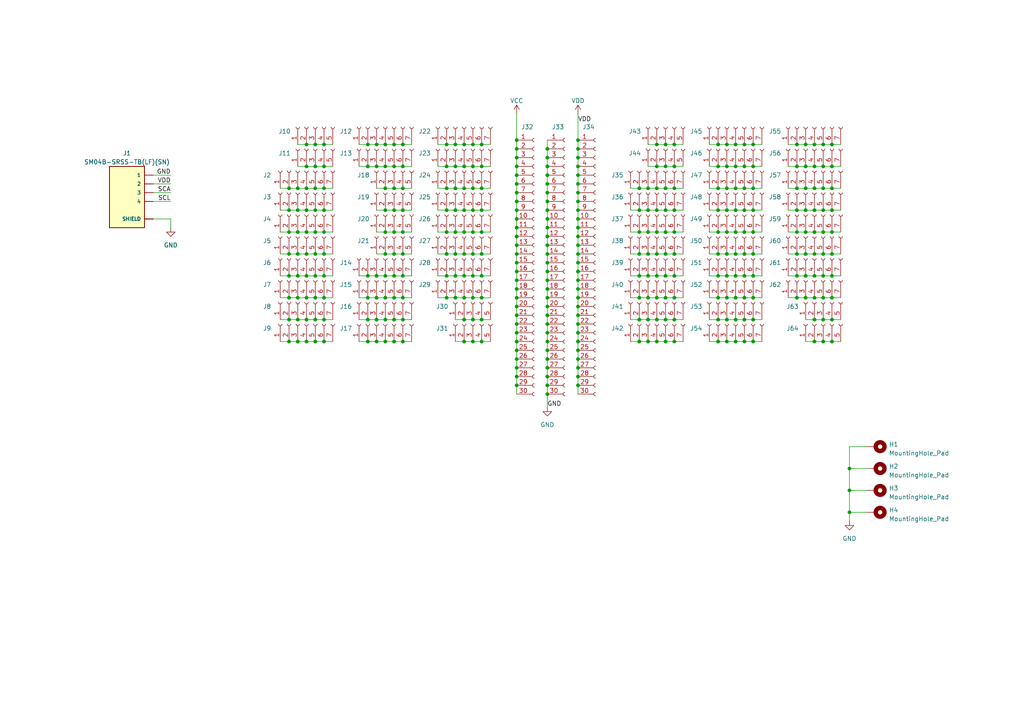
<source format=kicad_sch>
(kicad_sch (version 20230121) (generator eeschema)
  (paper "A4")
  (junction (at 195.58 54.61))
  (junction (at 106.68 41.91))
  (junction (at 167.64 40.64))
  (junction (at 86.36 67.31))
  (junction (at 218.44 92.71))
  (junction (at 116.84 48.26))
  (junction (at 88.9 60.96))
  (junction (at 218.44 86.36))
  (junction (at 139.7 60.96))
  (junction (at 109.22 92.71))
  (junction (at 158.75 111.76))
  (junction (at 193.04 80.01))
  (junction (at 132.08 54.61))
  (junction (at 91.44 54.61))
  (junction (at 190.5 67.31))
  (junction (at 193.04 67.31))
  (junction (at 88.9 80.01))
  (junction (at 233.68 67.31))
  (junction (at 149.86 109.22))
  (junction (at 167.64 88.9))
  (junction (at 190.5 80.01))
  (junction (at 158.75 88.9))
  (junction (at 215.9 60.96))
  (junction (at 139.7 86.36))
  (junction (at 139.7 48.26))
  (junction (at 215.9 92.71))
  (junction (at 137.16 60.96))
  (junction (at 210.82 67.31))
  (junction (at 208.28 86.36))
  (junction (at 149.86 53.34))
  (junction (at 215.9 99.06))
  (junction (at 111.76 54.61))
  (junction (at 149.86 55.88))
  (junction (at 158.75 83.82))
  (junction (at 93.98 54.61))
  (junction (at 86.36 54.61))
  (junction (at 137.16 48.26))
  (junction (at 241.3 80.01))
  (junction (at 137.16 54.61))
  (junction (at 187.96 99.06))
  (junction (at 139.7 54.61))
  (junction (at 132.08 67.31))
  (junction (at 236.22 60.96))
  (junction (at 246.38 148.59))
  (junction (at 158.75 86.36))
  (junction (at 149.86 106.68))
  (junction (at 129.54 73.66))
  (junction (at 109.22 80.01))
  (junction (at 114.3 54.61))
  (junction (at 137.16 41.91))
  (junction (at 93.98 60.96))
  (junction (at 149.86 93.98))
  (junction (at 167.64 71.12))
  (junction (at 215.9 67.31))
  (junction (at 213.36 54.61))
  (junction (at 218.44 41.91))
  (junction (at 236.22 86.36))
  (junction (at 91.44 92.71))
  (junction (at 208.28 48.26))
  (junction (at 167.64 91.44))
  (junction (at 233.68 41.91))
  (junction (at 195.58 41.91))
  (junction (at 93.98 67.31))
  (junction (at 158.75 76.2))
  (junction (at 158.75 60.96))
  (junction (at 208.28 73.66))
  (junction (at 193.04 54.61))
  (junction (at 149.86 101.6))
  (junction (at 187.96 54.61))
  (junction (at 83.82 67.31))
  (junction (at 167.64 43.18))
  (junction (at 88.9 92.71))
  (junction (at 111.76 48.26))
  (junction (at 116.84 67.31))
  (junction (at 129.54 60.96))
  (junction (at 149.86 111.76))
  (junction (at 129.54 48.26))
  (junction (at 238.76 92.71))
  (junction (at 167.64 48.26))
  (junction (at 83.82 54.61))
  (junction (at 149.86 48.26))
  (junction (at 129.54 54.61))
  (junction (at 149.86 104.14))
  (junction (at 190.5 48.26))
  (junction (at 218.44 48.26))
  (junction (at 106.68 99.06))
  (junction (at 167.64 93.98))
  (junction (at 88.9 73.66))
  (junction (at 139.7 73.66))
  (junction (at 134.62 80.01))
  (junction (at 213.36 60.96))
  (junction (at 193.04 99.06))
  (junction (at 218.44 67.31))
  (junction (at 185.42 73.66))
  (junction (at 149.86 40.64))
  (junction (at 218.44 60.96))
  (junction (at 158.75 73.66))
  (junction (at 210.82 80.01))
  (junction (at 111.76 80.01))
  (junction (at 167.64 99.06))
  (junction (at 137.16 86.36))
  (junction (at 195.58 67.31))
  (junction (at 233.68 73.66))
  (junction (at 134.62 99.06))
  (junction (at 236.22 92.71))
  (junction (at 167.64 96.52))
  (junction (at 139.7 67.31))
  (junction (at 238.76 80.01))
  (junction (at 167.64 66.04))
  (junction (at 241.3 92.71))
  (junction (at 195.58 73.66))
  (junction (at 149.86 96.52))
  (junction (at 114.3 60.96))
  (junction (at 158.75 93.98))
  (junction (at 187.96 80.01))
  (junction (at 149.86 50.8))
  (junction (at 215.9 86.36))
  (junction (at 111.76 99.06))
  (junction (at 210.82 41.91))
  (junction (at 233.68 60.96))
  (junction (at 158.75 55.88))
  (junction (at 185.42 86.36))
  (junction (at 185.42 60.96))
  (junction (at 158.75 81.28))
  (junction (at 158.75 109.22))
  (junction (at 114.3 92.71))
  (junction (at 167.64 78.74))
  (junction (at 134.62 41.91))
  (junction (at 167.64 55.88))
  (junction (at 195.58 80.01))
  (junction (at 149.86 76.2))
  (junction (at 149.86 83.82))
  (junction (at 149.86 71.12))
  (junction (at 116.84 86.36))
  (junction (at 167.64 109.22))
  (junction (at 241.3 60.96))
  (junction (at 158.75 58.42))
  (junction (at 210.82 86.36))
  (junction (at 116.84 80.01))
  (junction (at 238.76 86.36))
  (junction (at 132.08 60.96))
  (junction (at 215.9 73.66))
  (junction (at 193.04 86.36))
  (junction (at 238.76 99.06))
  (junction (at 116.84 92.71))
  (junction (at 132.08 48.26))
  (junction (at 137.16 92.71))
  (junction (at 93.98 86.36))
  (junction (at 187.96 73.66))
  (junction (at 106.68 80.01))
  (junction (at 158.75 53.34))
  (junction (at 236.22 73.66))
  (junction (at 213.36 67.31))
  (junction (at 149.86 68.58))
  (junction (at 158.75 114.3))
  (junction (at 149.86 73.66))
  (junction (at 208.28 54.61))
  (junction (at 238.76 54.61))
  (junction (at 213.36 41.91))
  (junction (at 195.58 92.71))
  (junction (at 88.9 54.61))
  (junction (at 86.36 92.71))
  (junction (at 139.7 41.91))
  (junction (at 167.64 106.68))
  (junction (at 208.28 67.31))
  (junction (at 106.68 48.26))
  (junction (at 231.14 60.96))
  (junction (at 210.82 99.06))
  (junction (at 167.64 45.72))
  (junction (at 231.14 67.31))
  (junction (at 167.64 58.42))
  (junction (at 231.14 86.36))
  (junction (at 167.64 76.2))
  (junction (at 91.44 60.96))
  (junction (at 167.64 83.82))
  (junction (at 241.3 67.31))
  (junction (at 167.64 101.6))
  (junction (at 210.82 48.26))
  (junction (at 106.68 86.36))
  (junction (at 213.36 73.66))
  (junction (at 233.68 48.26))
  (junction (at 215.9 80.01))
  (junction (at 137.16 73.66))
  (junction (at 158.75 45.72))
  (junction (at 88.9 67.31))
  (junction (at 213.36 48.26))
  (junction (at 213.36 86.36))
  (junction (at 149.86 66.04))
  (junction (at 137.16 99.06))
  (junction (at 149.86 45.72))
  (junction (at 210.82 54.61))
  (junction (at 86.36 86.36))
  (junction (at 149.86 81.28))
  (junction (at 134.62 60.96))
  (junction (at 139.7 99.06))
  (junction (at 111.76 73.66))
  (junction (at 241.3 73.66))
  (junction (at 167.64 104.14))
  (junction (at 114.3 67.31))
  (junction (at 129.54 41.91))
  (junction (at 83.82 92.71))
  (junction (at 167.64 68.58))
  (junction (at 116.84 73.66))
  (junction (at 91.44 80.01))
  (junction (at 241.3 48.26))
  (junction (at 114.3 41.91))
  (junction (at 238.76 48.26))
  (junction (at 218.44 80.01))
  (junction (at 195.58 60.96))
  (junction (at 139.7 80.01))
  (junction (at 208.28 80.01))
  (junction (at 233.68 80.01))
  (junction (at 185.42 80.01))
  (junction (at 210.82 60.96))
  (junction (at 91.44 86.36))
  (junction (at 116.84 54.61))
  (junction (at 208.28 41.91))
  (junction (at 132.08 80.01))
  (junction (at 238.76 67.31))
  (junction (at 195.58 99.06))
  (junction (at 167.64 50.8))
  (junction (at 210.82 92.71))
  (junction (at 129.54 86.36))
  (junction (at 158.75 91.44))
  (junction (at 231.14 80.01))
  (junction (at 134.62 67.31))
  (junction (at 91.44 99.06))
  (junction (at 149.86 86.36))
  (junction (at 231.14 54.61))
  (junction (at 129.54 67.31))
  (junction (at 88.9 99.06))
  (junction (at 83.82 60.96))
  (junction (at 236.22 41.91))
  (junction (at 233.68 86.36))
  (junction (at 167.64 63.5))
  (junction (at 93.98 41.91))
  (junction (at 158.75 50.8))
  (junction (at 185.42 92.71))
  (junction (at 83.82 86.36))
  (junction (at 149.86 43.18))
  (junction (at 236.22 67.31))
  (junction (at 132.08 86.36))
  (junction (at 210.82 73.66))
  (junction (at 185.42 54.61))
  (junction (at 88.9 48.26))
  (junction (at 158.75 96.52))
  (junction (at 215.9 41.91))
  (junction (at 158.75 101.6))
  (junction (at 231.14 73.66))
  (junction (at 83.82 73.66))
  (junction (at 86.36 99.06))
  (junction (at 246.38 142.24))
  (junction (at 109.22 99.06))
  (junction (at 193.04 92.71))
  (junction (at 149.86 91.44))
  (junction (at 116.84 99.06))
  (junction (at 167.64 81.28))
  (junction (at 193.04 60.96))
  (junction (at 93.98 80.01))
  (junction (at 241.3 41.91))
  (junction (at 149.86 58.42))
  (junction (at 231.14 41.91))
  (junction (at 114.3 80.01))
  (junction (at 149.86 99.06))
  (junction (at 91.44 67.31))
  (junction (at 93.98 99.06))
  (junction (at 190.5 99.06))
  (junction (at 134.62 48.26))
  (junction (at 236.22 80.01))
  (junction (at 158.75 68.58))
  (junction (at 187.96 67.31))
  (junction (at 134.62 54.61))
  (junction (at 215.9 54.61))
  (junction (at 91.44 48.26))
  (junction (at 111.76 67.31))
  (junction (at 190.5 73.66))
  (junction (at 111.76 60.96))
  (junction (at 129.54 80.01))
  (junction (at 213.36 99.06))
  (junction (at 193.04 73.66))
  (junction (at 106.68 92.71))
  (junction (at 116.84 60.96))
  (junction (at 93.98 92.71))
  (junction (at 193.04 41.91))
  (junction (at 86.36 60.96))
  (junction (at 236.22 54.61))
  (junction (at 109.22 41.91))
  (junction (at 139.7 92.71))
  (junction (at 241.3 54.61))
  (junction (at 93.98 73.66))
  (junction (at 208.28 92.71))
  (junction (at 218.44 73.66))
  (junction (at 83.82 80.01))
  (junction (at 218.44 99.06))
  (junction (at 114.3 86.36))
  (junction (at 231.14 48.26))
  (junction (at 167.64 60.96))
  (junction (at 91.44 73.66))
  (junction (at 213.36 92.71))
  (junction (at 167.64 73.66))
  (junction (at 218.44 54.61))
  (junction (at 167.64 53.34))
  (junction (at 190.5 60.96))
  (junction (at 111.76 92.71))
  (junction (at 109.22 86.36))
  (junction (at 137.16 67.31))
  (junction (at 111.76 41.91))
  (junction (at 149.86 78.74))
  (junction (at 116.84 41.91))
  (junction (at 213.36 80.01))
  (junction (at 167.64 86.36))
  (junction (at 238.76 73.66))
  (junction (at 190.5 92.71))
  (junction (at 149.86 88.9))
  (junction (at 158.75 63.5))
  (junction (at 158.75 106.68))
  (junction (at 187.96 60.96))
  (junction (at 238.76 41.91))
  (junction (at 158.75 99.06))
  (junction (at 132.08 73.66))
  (junction (at 158.75 48.26))
  (junction (at 134.62 73.66))
  (junction (at 233.68 54.61))
  (junction (at 187.96 86.36))
  (junction (at 190.5 41.91))
  (junction (at 114.3 99.06))
  (junction (at 88.9 86.36))
  (junction (at 134.62 86.36))
  (junction (at 187.96 92.71))
  (junction (at 238.76 60.96))
  (junction (at 158.75 43.18))
  (junction (at 190.5 86.36))
  (junction (at 236.22 99.06))
  (junction (at 185.42 99.06))
  (junction (at 167.64 111.76))
  (junction (at 149.86 60.96))
  (junction (at 195.58 48.26))
  (junction (at 236.22 48.26))
  (junction (at 158.75 78.74))
  (junction (at 241.3 99.06))
  (junction (at 241.3 86.36))
  (junction (at 137.16 80.01))
  (junction (at 149.86 63.5))
  (junction (at 86.36 73.66))
  (junction (at 158.75 66.04))
  (junction (at 109.22 48.26))
  (junction (at 193.04 48.26))
  (junction (at 158.75 71.12))
  (junction (at 86.36 80.01))
  (junction (at 93.98 48.26))
  (junction (at 114.3 73.66))
  (junction (at 158.75 104.14))
  (junction (at 111.76 86.36))
  (junction (at 215.9 48.26))
  (junction (at 132.08 41.91))
  (junction (at 246.38 135.89))
  (junction (at 208.28 99.06))
  (junction (at 195.58 86.36))
  (junction (at 91.44 41.91))
  (junction (at 208.28 60.96))
  (junction (at 83.82 99.06))
  (junction (at 88.9 41.91))
  (junction (at 134.62 92.71))
  (junction (at 190.5 54.61))
  (junction (at 114.3 48.26))
  (junction (at 185.42 67.31))
  (wire (pts (xy 93.98 67.31) (xy 96.52 67.31)))
  (wire (pts (xy 236.22 92.71) (xy 238.76 92.71)))
  (wire (pts (xy 190.5 48.26) (xy 193.04 48.26)))
  (wire (pts (xy 93.98 86.36) (xy 96.52 86.36)))
  (wire (pts (xy 129.54 41.91) (xy 132.08 41.91)))
  (wire (pts (xy 218.44 92.71) (xy 220.98 92.71)))
  (wire (pts (xy 193.04 41.91) (xy 195.58 41.91)))
  (wire (pts (xy 158.75 111.76) (xy 158.75 114.3)))
  (wire (pts (xy 109.22 60.96) (xy 111.76 60.96)))
  (wire (pts (xy 127 73.66) (xy 129.54 73.66)))
  (wire (pts (xy 83.82 80.01) (xy 86.36 80.01)))
  (wire (pts (xy 210.82 86.36) (xy 213.36 86.36)))
  (wire (pts (xy 195.58 80.01) (xy 198.12 80.01)))
  (wire (pts (xy 149.86 111.76) (xy 149.86 114.3)))
  (wire (pts (xy 134.62 80.01) (xy 137.16 80.01)))
  (wire (pts (xy 149.86 66.04) (xy 149.86 68.58)))
  (wire (pts (xy 127 67.31) (xy 129.54 67.31)))
  (wire (pts (xy 187.96 99.06) (xy 190.5 99.06)))
  (wire (pts (xy 149.86 53.34) (xy 149.86 55.88)))
  (wire (pts (xy 127 48.26) (xy 129.54 48.26)))
  (wire (pts (xy 195.58 73.66) (xy 198.12 73.66)))
  (wire (pts (xy 233.68 67.31) (xy 236.22 67.31)))
  (wire (pts (xy 215.9 48.26) (xy 218.44 48.26)))
  (wire (pts (xy 158.75 43.18) (xy 158.75 45.72)))
  (wire (pts (xy 137.16 86.36) (xy 139.7 86.36)))
  (wire (pts (xy 238.76 73.66) (xy 241.3 73.66)))
  (wire (pts (xy 218.44 73.66) (xy 220.98 73.66)))
  (wire (pts (xy 86.36 99.06) (xy 88.9 99.06)))
  (wire (pts (xy 167.64 40.64) (xy 167.64 43.18)))
  (wire (pts (xy 208.28 73.66) (xy 210.82 73.66)))
  (wire (pts (xy 215.9 41.91) (xy 218.44 41.91)))
  (wire (pts (xy 158.75 40.64) (xy 158.75 43.18)))
  (wire (pts (xy 158.75 53.34) (xy 158.75 55.88)))
  (wire (pts (xy 111.76 86.36) (xy 114.3 86.36)))
  (wire (pts (xy 213.36 60.96) (xy 215.9 60.96)))
  (wire (pts (xy 182.88 86.36) (xy 185.42 86.36)))
  (wire (pts (xy 104.14 41.91) (xy 106.68 41.91)))
  (wire (pts (xy 233.68 99.06) (xy 236.22 99.06)))
  (wire (pts (xy 114.3 60.96) (xy 116.84 60.96)))
  (wire (pts (xy 88.9 92.71) (xy 91.44 92.71)))
  (wire (pts (xy 158.75 91.44) (xy 158.75 93.98)))
  (wire (pts (xy 132.08 54.61) (xy 134.62 54.61)))
  (wire (pts (xy 149.86 48.26) (xy 149.86 50.8)))
  (wire (pts (xy 167.64 68.58) (xy 167.64 71.12)))
  (wire (pts (xy 149.86 71.12) (xy 149.86 73.66)))
  (wire (pts (xy 167.64 55.88) (xy 167.64 58.42)))
  (wire (pts (xy 111.76 80.01) (xy 114.3 80.01)))
  (wire (pts (xy 106.68 99.06) (xy 109.22 99.06)))
  (wire (pts (xy 134.62 67.31) (xy 137.16 67.31)))
  (wire (pts (xy 88.9 60.96) (xy 91.44 60.96)))
  (wire (pts (xy 81.28 60.96) (xy 83.82 60.96)))
  (wire (pts (xy 106.68 86.36) (xy 109.22 86.36)))
  (wire (pts (xy 149.86 81.28) (xy 149.86 83.82)))
  (wire (pts (xy 213.36 99.06) (xy 215.9 99.06)))
  (wire (pts (xy 137.16 80.01) (xy 139.7 80.01)))
  (wire (pts (xy 205.74 80.01) (xy 208.28 80.01)))
  (wire (pts (xy 149.86 106.68) (xy 149.86 109.22)))
  (wire (pts (xy 195.58 48.26) (xy 198.12 48.26)))
  (wire (pts (xy 106.68 41.91) (xy 109.22 41.91)))
  (wire (pts (xy 238.76 99.06) (xy 241.3 99.06)))
  (wire (pts (xy 195.58 92.71) (xy 198.12 92.71)))
  (wire (pts (xy 167.64 91.44) (xy 167.64 93.98)))
  (wire (pts (xy 205.74 54.61) (xy 208.28 54.61)))
  (wire (pts (xy 91.44 67.31) (xy 93.98 67.31)))
  (wire (pts (xy 44.45 50.8) (xy 49.53 50.8)))
  (wire (pts (xy 88.9 80.01) (xy 91.44 80.01)))
  (wire (pts (xy 158.75 48.26) (xy 158.75 50.8)))
  (wire (pts (xy 185.42 60.96) (xy 187.96 60.96)))
  (wire (pts (xy 158.75 81.28) (xy 158.75 83.82)))
  (wire (pts (xy 132.08 48.26) (xy 134.62 48.26)))
  (wire (pts (xy 93.98 92.71) (xy 96.52 92.71)))
  (wire (pts (xy 132.08 41.91) (xy 134.62 41.91)))
  (wire (pts (xy 149.86 68.58) (xy 149.86 71.12)))
  (wire (pts (xy 149.86 76.2) (xy 149.86 78.74)))
  (wire (pts (xy 129.54 54.61) (xy 132.08 54.61)))
  (wire (pts (xy 114.3 48.26) (xy 116.84 48.26)))
  (wire (pts (xy 167.64 83.82) (xy 167.64 86.36)))
  (wire (pts (xy 114.3 41.91) (xy 116.84 41.91)))
  (wire (pts (xy 246.38 142.24) (xy 246.38 148.59)))
  (wire (pts (xy 167.64 86.36) (xy 167.64 88.9)))
  (wire (pts (xy 127 86.36) (xy 129.54 86.36)))
  (wire (pts (xy 109.22 67.31) (xy 111.76 67.31)))
  (wire (pts (xy 236.22 67.31) (xy 238.76 67.31)))
  (wire (pts (xy 231.14 60.96) (xy 233.68 60.96)))
  (wire (pts (xy 213.36 41.91) (xy 215.9 41.91)))
  (wire (pts (xy 127 60.96) (xy 129.54 60.96)))
  (wire (pts (xy 93.98 41.91) (xy 96.52 41.91)))
  (wire (pts (xy 210.82 80.01) (xy 213.36 80.01)))
  (wire (pts (xy 210.82 92.71) (xy 213.36 92.71)))
  (wire (pts (xy 228.6 67.31) (xy 231.14 67.31)))
  (wire (pts (xy 116.84 41.91) (xy 119.38 41.91)))
  (wire (pts (xy 193.04 99.06) (xy 195.58 99.06)))
  (wire (pts (xy 213.36 92.71) (xy 215.9 92.71)))
  (wire (pts (xy 205.74 67.31) (xy 208.28 67.31)))
  (wire (pts (xy 190.5 60.96) (xy 193.04 60.96)))
  (wire (pts (xy 158.75 88.9) (xy 158.75 91.44)))
  (wire (pts (xy 91.44 60.96) (xy 93.98 60.96)))
  (wire (pts (xy 208.28 60.96) (xy 210.82 60.96)))
  (wire (pts (xy 233.68 86.36) (xy 236.22 86.36)))
  (wire (pts (xy 158.75 63.5) (xy 158.75 66.04)))
  (wire (pts (xy 109.22 86.36) (xy 111.76 86.36)))
  (wire (pts (xy 158.75 86.36) (xy 158.75 88.9)))
  (wire (pts (xy 241.3 41.91) (xy 243.84 41.91)))
  (wire (pts (xy 109.22 48.26) (xy 111.76 48.26)))
  (wire (pts (xy 218.44 99.06) (xy 220.98 99.06)))
  (wire (pts (xy 149.86 60.96) (xy 149.86 63.5)))
  (wire (pts (xy 241.3 60.96) (xy 243.84 60.96)))
  (wire (pts (xy 86.36 60.96) (xy 88.9 60.96)))
  (wire (pts (xy 193.04 86.36) (xy 195.58 86.36)))
  (wire (pts (xy 134.62 99.06) (xy 137.16 99.06)))
  (wire (pts (xy 104.14 99.06) (xy 106.68 99.06)))
  (wire (pts (xy 215.9 54.61) (xy 218.44 54.61)))
  (wire (pts (xy 185.42 73.66) (xy 187.96 73.66)))
  (wire (pts (xy 158.75 45.72) (xy 158.75 48.26)))
  (wire (pts (xy 114.3 54.61) (xy 116.84 54.61)))
  (wire (pts (xy 149.86 73.66) (xy 149.86 76.2)))
  (wire (pts (xy 195.58 41.91) (xy 198.12 41.91)))
  (wire (pts (xy 149.86 63.5) (xy 149.86 66.04)))
  (wire (pts (xy 185.42 67.31) (xy 187.96 67.31)))
  (wire (pts (xy 111.76 54.61) (xy 114.3 54.61)))
  (wire (pts (xy 215.9 86.36) (xy 218.44 86.36)))
  (wire (pts (xy 158.75 83.82) (xy 158.75 86.36)))
  (wire (pts (xy 236.22 99.06) (xy 238.76 99.06)))
  (wire (pts (xy 116.84 99.06) (xy 119.38 99.06)))
  (wire (pts (xy 132.08 99.06) (xy 134.62 99.06)))
  (wire (pts (xy 132.08 80.01) (xy 134.62 80.01)))
  (wire (pts (xy 241.3 67.31) (xy 243.84 67.31)))
  (wire (pts (xy 158.75 114.3) (xy 158.75 118.11)))
  (wire (pts (xy 114.3 86.36) (xy 116.84 86.36)))
  (wire (pts (xy 236.22 86.36) (xy 238.76 86.36)))
  (wire (pts (xy 49.53 63.5) (xy 44.45 63.5)))
  (wire (pts (xy 228.6 60.96) (xy 231.14 60.96)))
  (wire (pts (xy 190.5 80.01) (xy 193.04 80.01)))
  (wire (pts (xy 116.84 73.66) (xy 119.38 73.66)))
  (wire (pts (xy 127 80.01) (xy 129.54 80.01)))
  (wire (pts (xy 91.44 99.06) (xy 93.98 99.06)))
  (wire (pts (xy 116.84 80.01) (xy 119.38 80.01)))
  (wire (pts (xy 238.76 67.31) (xy 241.3 67.31)))
  (wire (pts (xy 208.28 48.26) (xy 210.82 48.26)))
  (wire (pts (xy 111.76 99.06) (xy 114.3 99.06)))
  (wire (pts (xy 139.7 92.71) (xy 142.24 92.71)))
  (wire (pts (xy 167.64 96.52) (xy 167.64 99.06)))
  (wire (pts (xy 81.28 67.31) (xy 83.82 67.31)))
  (wire (pts (xy 86.36 54.61) (xy 88.9 54.61)))
  (wire (pts (xy 241.3 48.26) (xy 243.84 48.26)))
  (wire (pts (xy 137.16 73.66) (xy 139.7 73.66)))
  (wire (pts (xy 109.22 41.91) (xy 111.76 41.91)))
  (wire (pts (xy 93.98 48.26) (xy 96.52 48.26)))
  (wire (pts (xy 114.3 80.01) (xy 116.84 80.01)))
  (wire (pts (xy 167.64 53.34) (xy 167.64 55.88)))
  (wire (pts (xy 238.76 80.01) (xy 241.3 80.01)))
  (wire (pts (xy 213.36 54.61) (xy 215.9 54.61)))
  (wire (pts (xy 83.82 86.36) (xy 86.36 86.36)))
  (wire (pts (xy 208.28 41.91) (xy 210.82 41.91)))
  (wire (pts (xy 116.84 54.61) (xy 119.38 54.61)))
  (wire (pts (xy 208.28 80.01) (xy 210.82 80.01)))
  (wire (pts (xy 195.58 60.96) (xy 198.12 60.96)))
  (wire (pts (xy 129.54 73.66) (xy 132.08 73.66)))
  (wire (pts (xy 116.84 48.26) (xy 119.38 48.26)))
  (wire (pts (xy 139.7 73.66) (xy 142.24 73.66)))
  (wire (pts (xy 236.22 41.91) (xy 238.76 41.91)))
  (wire (pts (xy 182.88 67.31) (xy 185.42 67.31)))
  (wire (pts (xy 111.76 41.91) (xy 114.3 41.91)))
  (wire (pts (xy 116.84 92.71) (xy 119.38 92.71)))
  (wire (pts (xy 210.82 41.91) (xy 213.36 41.91)))
  (wire (pts (xy 218.44 80.01) (xy 220.98 80.01)))
  (wire (pts (xy 167.64 50.8) (xy 167.64 53.34)))
  (wire (pts (xy 238.76 92.71) (xy 241.3 92.71)))
  (wire (pts (xy 193.04 60.96) (xy 195.58 60.96)))
  (wire (pts (xy 210.82 48.26) (xy 213.36 48.26)))
  (wire (pts (xy 127 41.91) (xy 129.54 41.91)))
  (wire (pts (xy 134.62 73.66) (xy 137.16 73.66)))
  (wire (pts (xy 139.7 60.96) (xy 142.24 60.96)))
  (wire (pts (xy 116.84 60.96) (xy 119.38 60.96)))
  (wire (pts (xy 111.76 67.31) (xy 114.3 67.31)))
  (wire (pts (xy 231.14 80.01) (xy 233.68 80.01)))
  (wire (pts (xy 104.14 48.26) (xy 106.68 48.26)))
  (wire (pts (xy 187.96 54.61) (xy 190.5 54.61)))
  (wire (pts (xy 86.36 41.91) (xy 88.9 41.91)))
  (wire (pts (xy 205.74 99.06) (xy 208.28 99.06)))
  (wire (pts (xy 88.9 48.26) (xy 91.44 48.26)))
  (wire (pts (xy 208.28 67.31) (xy 210.82 67.31)))
  (wire (pts (xy 228.6 41.91) (xy 231.14 41.91)))
  (wire (pts (xy 93.98 60.96) (xy 96.52 60.96)))
  (wire (pts (xy 81.28 99.06) (xy 83.82 99.06)))
  (wire (pts (xy 88.9 54.61) (xy 91.44 54.61)))
  (wire (pts (xy 228.6 54.61) (xy 231.14 54.61)))
  (wire (pts (xy 106.68 80.01) (xy 109.22 80.01)))
  (wire (pts (xy 167.64 71.12) (xy 167.64 73.66)))
  (wire (pts (xy 158.75 99.06) (xy 158.75 101.6)))
  (wire (pts (xy 134.62 54.61) (xy 137.16 54.61)))
  (wire (pts (xy 233.68 48.26) (xy 236.22 48.26)))
  (wire (pts (xy 187.96 48.26) (xy 190.5 48.26)))
  (wire (pts (xy 213.36 48.26) (xy 215.9 48.26)))
  (wire (pts (xy 158.75 60.96) (xy 158.75 63.5)))
  (wire (pts (xy 132.08 67.31) (xy 134.62 67.31)))
  (wire (pts (xy 251.46 129.54) (xy 246.38 129.54)))
  (wire (pts (xy 149.86 101.6) (xy 149.86 104.14)))
  (wire (pts (xy 88.9 67.31) (xy 91.44 67.31)))
  (wire (pts (xy 44.45 58.42) (xy 49.53 58.42)))
  (wire (pts (xy 106.68 92.71) (xy 109.22 92.71)))
  (wire (pts (xy 158.75 76.2) (xy 158.75 78.74)))
  (wire (pts (xy 114.3 99.06) (xy 116.84 99.06)))
  (wire (pts (xy 187.96 73.66) (xy 190.5 73.66)))
  (wire (pts (xy 215.9 67.31) (xy 218.44 67.31)))
  (wire (pts (xy 231.14 48.26) (xy 233.68 48.26)))
  (wire (pts (xy 182.88 73.66) (xy 185.42 73.66)))
  (wire (pts (xy 158.75 96.52) (xy 158.75 99.06)))
  (wire (pts (xy 158.75 50.8) (xy 158.75 53.34)))
  (wire (pts (xy 246.38 135.89) (xy 251.46 135.89)))
  (wire (pts (xy 91.44 86.36) (xy 93.98 86.36)))
  (wire (pts (xy 241.3 99.06) (xy 243.84 99.06)))
  (wire (pts (xy 167.64 66.04) (xy 167.64 68.58)))
  (wire (pts (xy 129.54 48.26) (xy 132.08 48.26)))
  (wire (pts (xy 231.14 67.31) (xy 233.68 67.31)))
  (wire (pts (xy 182.88 60.96) (xy 185.42 60.96)))
  (wire (pts (xy 83.82 99.06) (xy 86.36 99.06)))
  (wire (pts (xy 167.64 99.06) (xy 167.64 101.6)))
  (wire (pts (xy 88.9 99.06) (xy 91.44 99.06)))
  (wire (pts (xy 137.16 41.91) (xy 139.7 41.91)))
  (wire (pts (xy 149.86 58.42) (xy 149.86 60.96)))
  (wire (pts (xy 210.82 67.31) (xy 213.36 67.31)))
  (wire (pts (xy 185.42 80.01) (xy 187.96 80.01)))
  (wire (pts (xy 233.68 80.01) (xy 236.22 80.01)))
  (wire (pts (xy 149.86 93.98) (xy 149.86 96.52)))
  (wire (pts (xy 167.64 104.14) (xy 167.64 106.68)))
  (wire (pts (xy 210.82 60.96) (xy 213.36 60.96)))
  (wire (pts (xy 167.64 78.74) (xy 167.64 81.28)))
  (wire (pts (xy 149.86 91.44) (xy 149.86 93.98)))
  (wire (pts (xy 238.76 60.96) (xy 241.3 60.96)))
  (wire (pts (xy 251.46 142.24) (xy 246.38 142.24)))
  (wire (pts (xy 167.64 45.72) (xy 167.64 48.26)))
  (wire (pts (xy 218.44 48.26) (xy 220.98 48.26)))
  (wire (pts (xy 213.36 67.31) (xy 215.9 67.31)))
  (wire (pts (xy 86.36 92.71) (xy 88.9 92.71)))
  (wire (pts (xy 193.04 73.66) (xy 195.58 73.66)))
  (wire (pts (xy 83.82 67.31) (xy 86.36 67.31)))
  (wire (pts (xy 86.36 86.36) (xy 88.9 86.36)))
  (wire (pts (xy 81.28 73.66) (xy 83.82 73.66)))
  (wire (pts (xy 139.7 54.61) (xy 142.24 54.61)))
  (wire (pts (xy 231.14 41.91) (xy 233.68 41.91)))
  (wire (pts (xy 158.75 58.42) (xy 158.75 60.96)))
  (wire (pts (xy 139.7 80.01) (xy 142.24 80.01)))
  (wire (pts (xy 134.62 41.91) (xy 137.16 41.91)))
  (wire (pts (xy 215.9 60.96) (xy 218.44 60.96)))
  (wire (pts (xy 158.75 55.88) (xy 158.75 58.42)))
  (wire (pts (xy 215.9 92.71) (xy 218.44 92.71)))
  (wire (pts (xy 83.82 60.96) (xy 86.36 60.96)))
  (wire (pts (xy 134.62 86.36) (xy 137.16 86.36)))
  (wire (pts (xy 91.44 48.26) (xy 93.98 48.26)))
  (wire (pts (xy 139.7 48.26) (xy 142.24 48.26)))
  (wire (pts (xy 106.68 48.26) (xy 109.22 48.26)))
  (wire (pts (xy 213.36 80.01) (xy 215.9 80.01)))
  (wire (pts (xy 158.75 71.12) (xy 158.75 73.66)))
  (wire (pts (xy 187.96 41.91) (xy 190.5 41.91)))
  (wire (pts (xy 137.16 92.71) (xy 139.7 92.71)))
  (wire (pts (xy 190.5 67.31) (xy 193.04 67.31)))
  (wire (pts (xy 139.7 41.91) (xy 142.24 41.91)))
  (wire (pts (xy 185.42 86.36) (xy 187.96 86.36)))
  (wire (pts (xy 190.5 54.61) (xy 193.04 54.61)))
  (wire (pts (xy 193.04 80.01) (xy 195.58 80.01)))
  (wire (pts (xy 137.16 99.06) (xy 139.7 99.06)))
  (wire (pts (xy 238.76 54.61) (xy 241.3 54.61)))
  (wire (pts (xy 93.98 73.66) (xy 96.52 73.66)))
  (wire (pts (xy 190.5 73.66) (xy 193.04 73.66)))
  (wire (pts (xy 228.6 73.66) (xy 231.14 73.66)))
  (wire (pts (xy 149.86 88.9) (xy 149.86 91.44)))
  (wire (pts (xy 185.42 54.61) (xy 187.96 54.61)))
  (wire (pts (xy 83.82 73.66) (xy 86.36 73.66)))
  (wire (pts (xy 129.54 80.01) (xy 132.08 80.01)))
  (wire (pts (xy 88.9 41.91) (xy 91.44 41.91)))
  (wire (pts (xy 195.58 54.61) (xy 198.12 54.61)))
  (wire (pts (xy 233.68 60.96) (xy 236.22 60.96)))
  (wire (pts (xy 111.76 60.96) (xy 114.3 60.96)))
  (wire (pts (xy 93.98 80.01) (xy 96.52 80.01)))
  (wire (pts (xy 190.5 92.71) (xy 193.04 92.71)))
  (wire (pts (xy 91.44 54.61) (xy 93.98 54.61)))
  (wire (pts (xy 91.44 80.01) (xy 93.98 80.01)))
  (wire (pts (xy 81.28 86.36) (xy 83.82 86.36)))
  (wire (pts (xy 149.86 83.82) (xy 149.86 86.36)))
  (wire (pts (xy 251.46 148.59) (xy 246.38 148.59)))
  (wire (pts (xy 86.36 67.31) (xy 88.9 67.31)))
  (wire (pts (xy 218.44 86.36) (xy 220.98 86.36)))
  (wire (pts (xy 246.38 142.24) (xy 246.38 135.89)))
  (wire (pts (xy 241.3 54.61) (xy 243.84 54.61)))
  (wire (pts (xy 241.3 86.36) (xy 243.84 86.36)))
  (wire (pts (xy 195.58 86.36) (xy 198.12 86.36)))
  (wire (pts (xy 137.16 60.96) (xy 139.7 60.96)))
  (wire (pts (xy 114.3 92.71) (xy 116.84 92.71)))
  (wire (pts (xy 228.6 80.01) (xy 231.14 80.01)))
  (wire (pts (xy 187.96 80.01) (xy 190.5 80.01)))
  (wire (pts (xy 231.14 86.36) (xy 233.68 86.36)))
  (wire (pts (xy 149.86 40.64) (xy 149.86 43.18)))
  (wire (pts (xy 167.64 93.98) (xy 167.64 96.52)))
  (wire (pts (xy 88.9 73.66) (xy 91.44 73.66)))
  (wire (pts (xy 190.5 41.91) (xy 193.04 41.91)))
  (wire (pts (xy 139.7 86.36) (xy 142.24 86.36)))
  (wire (pts (xy 137.16 67.31) (xy 139.7 67.31)))
  (wire (pts (xy 158.75 106.68) (xy 158.75 109.22)))
  (wire (pts (xy 132.08 73.66) (xy 134.62 73.66)))
  (wire (pts (xy 208.28 92.71) (xy 210.82 92.71)))
  (wire (pts (xy 167.64 58.42) (xy 167.64 60.96)))
  (wire (pts (xy 109.22 92.71) (xy 111.76 92.71)))
  (wire (pts (xy 167.64 101.6) (xy 167.64 104.14)))
  (wire (pts (xy 81.28 80.01) (xy 83.82 80.01)))
  (wire (pts (xy 109.22 80.01) (xy 111.76 80.01)))
  (wire (pts (xy 137.16 48.26) (xy 139.7 48.26)))
  (wire (pts (xy 91.44 92.71) (xy 93.98 92.71)))
  (wire (pts (xy 236.22 60.96) (xy 238.76 60.96)))
  (wire (pts (xy 167.64 43.18) (xy 167.64 45.72)))
  (wire (pts (xy 228.6 86.36) (xy 231.14 86.36)))
  (wire (pts (xy 149.86 50.8) (xy 149.86 53.34)))
  (wire (pts (xy 187.96 67.31) (xy 190.5 67.31)))
  (wire (pts (xy 231.14 73.66) (xy 233.68 73.66)))
  (wire (pts (xy 205.74 92.71) (xy 208.28 92.71)))
  (wire (pts (xy 167.64 76.2) (xy 167.64 78.74)))
  (wire (pts (xy 167.64 88.9) (xy 167.64 91.44)))
  (wire (pts (xy 190.5 86.36) (xy 193.04 86.36)))
  (wire (pts (xy 111.76 73.66) (xy 114.3 73.66)))
  (wire (pts (xy 195.58 67.31) (xy 198.12 67.31)))
  (wire (pts (xy 215.9 80.01) (xy 218.44 80.01)))
  (wire (pts (xy 182.88 80.01) (xy 185.42 80.01)))
  (wire (pts (xy 185.42 92.71) (xy 187.96 92.71)))
  (wire (pts (xy 129.54 86.36) (xy 132.08 86.36)))
  (wire (pts (xy 238.76 48.26) (xy 241.3 48.26)))
  (wire (pts (xy 104.14 80.01) (xy 106.68 80.01)))
  (wire (pts (xy 233.68 92.71) (xy 236.22 92.71)))
  (wire (pts (xy 193.04 92.71) (xy 195.58 92.71)))
  (wire (pts (xy 129.54 60.96) (xy 132.08 60.96)))
  (wire (pts (xy 182.88 54.61) (xy 185.42 54.61)))
  (wire (pts (xy 109.22 73.66) (xy 111.76 73.66)))
  (wire (pts (xy 86.36 80.01) (xy 88.9 80.01)))
  (wire (pts (xy 236.22 73.66) (xy 238.76 73.66)))
  (wire (pts (xy 104.14 86.36) (xy 106.68 86.36)))
  (wire (pts (xy 149.86 45.72) (xy 149.86 48.26)))
  (wire (pts (xy 109.22 99.06) (xy 111.76 99.06)))
  (wire (pts (xy 158.75 68.58) (xy 158.75 71.12)))
  (wire (pts (xy 49.53 66.04) (xy 49.53 63.5)))
  (wire (pts (xy 149.86 33.02) (xy 149.86 40.64)))
  (wire (pts (xy 167.64 111.76) (xy 167.64 114.3)))
  (wire (pts (xy 210.82 73.66) (xy 213.36 73.66)))
  (wire (pts (xy 167.64 73.66) (xy 167.64 76.2)))
  (wire (pts (xy 193.04 54.61) (xy 195.58 54.61)))
  (wire (pts (xy 167.64 60.96) (xy 167.64 63.5)))
  (wire (pts (xy 208.28 86.36) (xy 210.82 86.36)))
  (wire (pts (xy 132.08 86.36) (xy 134.62 86.36)))
  (wire (pts (xy 134.62 92.71) (xy 137.16 92.71)))
  (wire (pts (xy 213.36 73.66) (xy 215.9 73.66)))
  (wire (pts (xy 111.76 92.71) (xy 114.3 92.71)))
  (wire (pts (xy 238.76 41.91) (xy 241.3 41.91)))
  (wire (pts (xy 111.76 48.26) (xy 114.3 48.26)))
  (wire (pts (xy 218.44 67.31) (xy 220.98 67.31)))
  (wire (pts (xy 116.84 86.36) (xy 119.38 86.36)))
  (wire (pts (xy 233.68 73.66) (xy 236.22 73.66)))
  (wire (pts (xy 149.86 86.36) (xy 149.86 88.9)))
  (wire (pts (xy 88.9 86.36) (xy 91.44 86.36)))
  (wire (pts (xy 91.44 73.66) (xy 93.98 73.66)))
  (wire (pts (xy 246.38 129.54) (xy 246.38 135.89)))
  (wire (pts (xy 215.9 73.66) (xy 218.44 73.66)))
  (wire (pts (xy 149.86 104.14) (xy 149.86 106.68)))
  (wire (pts (xy 231.14 54.61) (xy 233.68 54.61)))
  (wire (pts (xy 93.98 99.06) (xy 96.52 99.06)))
  (wire (pts (xy 158.75 66.04) (xy 158.75 68.58)))
  (wire (pts (xy 167.64 106.68) (xy 167.64 109.22)))
  (wire (pts (xy 149.86 78.74) (xy 149.86 81.28)))
  (wire (pts (xy 218.44 54.61) (xy 220.98 54.61)))
  (wire (pts (xy 81.28 92.71) (xy 83.82 92.71)))
  (wire (pts (xy 238.76 86.36) (xy 241.3 86.36)))
  (wire (pts (xy 167.64 109.22) (xy 167.64 111.76)))
  (wire (pts (xy 158.75 101.6) (xy 158.75 104.14)))
  (wire (pts (xy 241.3 80.01) (xy 243.84 80.01)))
  (wire (pts (xy 185.42 99.06) (xy 187.96 99.06)))
  (wire (pts (xy 86.36 48.26) (xy 88.9 48.26)))
  (wire (pts (xy 134.62 60.96) (xy 137.16 60.96)))
  (wire (pts (xy 205.74 73.66) (xy 208.28 73.66)))
  (wire (pts (xy 182.88 99.06) (xy 185.42 99.06)))
  (wire (pts (xy 132.08 92.71) (xy 134.62 92.71)))
  (wire (pts (xy 158.75 78.74) (xy 158.75 81.28)))
  (wire (pts (xy 91.44 41.91) (xy 93.98 41.91)))
  (wire (pts (xy 139.7 67.31) (xy 142.24 67.31)))
  (wire (pts (xy 158.75 104.14) (xy 158.75 106.68)))
  (wire (pts (xy 149.86 99.06) (xy 149.86 101.6)))
  (wire (pts (xy 233.68 54.61) (xy 236.22 54.61)))
  (wire (pts (xy 109.22 54.61) (xy 111.76 54.61)))
  (wire (pts (xy 81.28 54.61) (xy 83.82 54.61)))
  (wire (pts (xy 167.64 33.02) (xy 167.64 40.64)))
  (wire (pts (xy 104.14 92.71) (xy 106.68 92.71)))
  (wire (pts (xy 187.96 60.96) (xy 190.5 60.96)))
  (wire (pts (xy 149.86 96.52) (xy 149.86 99.06)))
  (wire (pts (xy 44.45 53.34) (xy 49.53 53.34)))
  (wire (pts (xy 208.28 99.06) (xy 210.82 99.06)))
  (wire (pts (xy 213.36 86.36) (xy 215.9 86.36)))
  (wire (pts (xy 167.64 63.5) (xy 167.64 66.04)))
  (wire (pts (xy 127 54.61) (xy 129.54 54.61)))
  (wire (pts (xy 205.74 48.26) (xy 208.28 48.26)))
  (wire (pts (xy 149.86 43.18) (xy 149.86 45.72)))
  (wire (pts (xy 86.36 73.66) (xy 88.9 73.66)))
  (wire (pts (xy 241.3 92.71) (xy 243.84 92.71)))
  (wire (pts (xy 167.64 81.28) (xy 167.64 83.82)))
  (wire (pts (xy 218.44 41.91) (xy 220.98 41.91)))
  (wire (pts (xy 158.75 93.98) (xy 158.75 96.52)))
  (wire (pts (xy 193.04 67.31) (xy 195.58 67.31)))
  (wire (pts (xy 83.82 92.71) (xy 86.36 92.71)))
  (wire (pts (xy 210.82 54.61) (xy 213.36 54.61)))
  (wire (pts (xy 44.45 55.88) (xy 49.53 55.88)))
  (wire (pts (xy 149.86 109.22) (xy 149.86 111.76)))
  (wire (pts (xy 205.74 86.36) (xy 208.28 86.36)))
  (wire (pts (xy 236.22 80.01) (xy 238.76 80.01)))
  (wire (pts (xy 215.9 99.06) (xy 218.44 99.06)))
  (wire (pts (xy 129.54 67.31) (xy 132.08 67.31)))
  (wire (pts (xy 137.16 54.61) (xy 139.7 54.61)))
  (wire (pts (xy 236.22 54.61) (xy 238.76 54.61)))
  (wire (pts (xy 167.64 48.26) (xy 167.64 50.8)))
  (wire (pts (xy 132.08 60.96) (xy 134.62 60.96)))
  (wire (pts (xy 187.96 86.36) (xy 190.5 86.36)))
  (wire (pts (xy 246.38 148.59) (xy 246.38 151.13)))
  (wire (pts (xy 158.75 109.22) (xy 158.75 111.76)))
  (wire (pts (xy 114.3 67.31) (xy 116.84 67.31)))
  (wire (pts (xy 149.86 55.88) (xy 149.86 58.42)))
  (wire (pts (xy 210.82 99.06) (xy 213.36 99.06)))
  (wire (pts (xy 93.98 54.61) (xy 96.52 54.61)))
  (wire (pts (xy 208.28 54.61) (xy 210.82 54.61)))
  (wire (pts (xy 114.3 73.66) (xy 116.84 73.66)))
  (wire (pts (xy 218.44 60.96) (xy 220.98 60.96)))
  (wire (pts (xy 195.58 99.06) (xy 198.12 99.06)))
  (wire (pts (xy 193.04 48.26) (xy 195.58 48.26)))
  (wire (pts (xy 187.96 92.71) (xy 190.5 92.71)))
  (wire (pts (xy 116.84 67.31) (xy 119.38 67.31)))
  (wire (pts (xy 233.68 41.91) (xy 236.22 41.91)))
  (wire (pts (xy 139.7 99.06) (xy 142.24 99.06)))
  (wire (pts (xy 205.74 60.96) (xy 208.28 60.96)))
  (wire (pts (xy 205.74 41.91) (xy 208.28 41.91)))
  (wire (pts (xy 228.6 48.26) (xy 231.14 48.26)))
  (wire (pts (xy 190.5 99.06) (xy 193.04 99.06)))
  (wire (pts (xy 236.22 48.26) (xy 238.76 48.26)))
  (wire (pts (xy 134.62 48.26) (xy 137.16 48.26)))
  (wire (pts (xy 83.82 54.61) (xy 86.36 54.61)))
  (wire (pts (xy 158.75 73.66) (xy 158.75 76.2)))
  (wire (pts (xy 241.3 73.66) (xy 243.84 73.66)))
  (wire (pts (xy 182.88 92.71) (xy 185.42 92.71)))
  (label "GND" (at 158.75 118.11 0))
  (label "GND" (at 49.53 50.8 180))
  (label "VDD" (at 167.64 35.56 0))
  (label "SCA" (at 49.53 55.88 180))
  (label "VDD" (at 49.53 53.34 180))
  (label "SCL" (at 49.53 58.42 180))
  (symbol (lib_id "power:GND") (at 158.75 118.11 0) (unit 1)
    (property "Reference" "#PWR03" (effects hide))
    (property "Value" "GND" (at 158.75 123.19 0))
  )
  (symbol (lib_id "Connector:Conn_01x07_Socket") (at 190.5 74.93 90) (unit 1)
    (property "Reference" "J39" (at 179.07 76.2 90))
    (property "Value" "Conn_01x07_Socket" (effects hide))
    (property "Footprint" "Proto:Proto_1x07_P2.54mm" (effects hide))
  )
  (symbol (lib_id "Mechanical:MountingHole_Pad") (at 254 135.89 270) (unit 1)
    (property "Reference" "H2" (at 257.81 135.255 90) (effects (justify left)))
    (property "Value" "MountingHole_Pad" (at 257.81 137.795 90) (effects (justify left)))
    (property "Footprint" "MountingHole:MountingHole_2.7mm_M2.5_ISO7380_Pad" (effects hide))
  )
  (symbol (lib_id "Connector:Conn_01x07_Socket") (at 213.36 49.53 90) (unit 1)
    (property "Reference" "J47" (at 201.93 50.8 90))
    (property "Value" "Conn_01x07_Socket" (effects hide))
    (property "Footprint" "Proto:Proto_1x07_P2.54mm" (effects hide))
  )
  (symbol (lib_id "power:GND") (at 246.38 151.13 0) (unit 1)
    (property "Reference" "#PWR05" (effects hide))
    (property "Value" "GND" (at 246.38 156.21 0))
  )
  (symbol (lib_id "Connector:Conn_01x07_Socket") (at 134.62 49.53 90) (unit 1)
    (property "Reference" "J24" (at 123.19 50.8 90))
    (property "Value" "Conn_01x07_Socket" (effects hide))
    (property "Footprint" "Proto:Proto_1x07_P2.54mm" (effects hide))
  )
  (symbol (lib_id "Connector:Conn_01x30_Socket") (at 172.72 76.2 0) (unit 1)
    (property "Reference" "J34" (at 168.91 36.83 0) (effects (justify left)))
    (property "Value" "Conn_01x30_Socket" (effects hide))
    (property "Footprint" "Proto:Proto_1x30_P2.54mm" (effects hide))
  )
  (symbol (lib_id "Connector:Conn_01x05_Socket") (at 137.16 87.63 90) (unit 1)
    (property "Reference" "J30" (at 128.27 88.9 90))
    (property "Value" "Conn_01x05_Socket" (effects hide))
    (property "Footprint" "Proto:Proto_1x05_P2.54mm" (effects hide))
  )
  (symbol (lib_id "Connector:Conn_01x07_Socket") (at 111.76 93.98 90) (unit 1)
    (property "Reference" "J17" (at 100.33 95.25 90))
    (property "Value" "Conn_01x07_Socket" (effects hide))
    (property "Footprint" "Proto:Proto_1x07_P2.54mm" (effects hide))
  )
  (symbol (lib_id "Connector:Conn_01x07_Socket") (at 111.76 74.93 90) (unit 1)
    (property "Reference" "J14" (at 100.33 76.2 90))
    (property "Value" "Conn_01x07_Socket" (effects hide))
    (property "Footprint" "Proto:Proto_1x07_P2.54mm" (effects hide))
  )
  (symbol (lib_id "Connector:Conn_01x07_Socket") (at 236.22 81.28 90) (unit 1)
    (property "Reference" "J62" (at 224.79 82.55 90))
    (property "Value" "Conn_01x07_Socket" (effects hide))
    (property "Footprint" "Proto:Proto_1x07_P2.54mm" (effects hide))
  )
  (symbol (lib_id "Connector:Conn_01x07_Socket") (at 190.5 68.58 90) (unit 1)
    (property "Reference" "J38" (at 179.07 69.85 90))
    (property "Value" "Conn_01x07_Socket" (effects hide))
    (property "Footprint" "Proto:Proto_1x07_P2.54mm" (effects hide))
  )
  (symbol (lib_id "Connector:Conn_01x07_Socket") (at 134.62 43.18 90) (unit 1)
    (property "Reference" "J23" (at 123.19 44.45 90))
    (property "Value" "Conn_01x07_Socket" (effects hide))
    (property "Footprint" "Proto:Proto_1x07_P2.54mm" (effects hide))
  )
  (symbol (lib_id "Connector:Conn_01x07_Socket") (at 88.9 74.93 90) (unit 1)
    (property "Reference" "J6" (at 77.47 76.2 90))
    (property "Value" "Conn_01x07_Socket" (effects hide))
    (property "Footprint" "Proto:Proto_1x07_P2.54mm" (effects hide))
  )
  (symbol (lib_id "Connector:Conn_01x07_Socket") (at 213.36 87.63 90) (unit 1)
    (property "Reference" "J53" (at 201.93 88.9 90))
    (property "Value" "Conn_01x07_Socket" (effects hide))
    (property "Footprint" "Proto:Proto_1x07_P2.54mm" (effects hide))
  )
  (symbol (lib_id "Connector:Conn_01x07_Socket") (at 236.22 36.83 90) (unit 1)
    (property "Reference" "J55" (at 224.79 38.1 90))
    (property "Value" "Conn_01x07_Socket" (effects hide))
    (property "Footprint" "Proto:Proto_1x07_P2.54mm" (effects hide))
  )
  (symbol (lib_id "Connector:Conn_01x07_Socket") (at 88.9 55.88 90) (unit 1)
    (property "Reference" "J3" (at 77.47 57.15 90))
    (property "Value" "Conn_01x07_Socket" (effects hide))
    (property "Footprint" "Proto:Proto_1x07_P2.54mm" (effects hide))
  )
  (symbol (lib_id "Connector:Conn_01x05_Socket") (at 238.76 93.98 90) (unit 1)
    (property "Reference" "J64" (at 229.87 95.25 90))
    (property "Value" "Conn_01x05_Socket" (effects hide))
    (property "Footprint" "Proto:Proto_1x05_P2.54mm" (effects hide))
  )
  (symbol (lib_id "Connector:Conn_01x07_Socket") (at 88.9 81.28 90) (unit 1)
    (property "Reference" "J7" (at 77.47 82.55 90))
    (property "Value" "Conn_01x07_Socket" (effects hide))
    (property "Footprint" "Proto:Proto_1x07_P2.54mm" (effects hide))
  )
  (symbol (lib_id "Connector:Conn_01x07_Socket") (at 134.62 55.88 90) (unit 1)
    (property "Reference" "J25" (at 123.19 57.15 90))
    (property "Value" "Conn_01x07_Socket" (effects hide))
    (property "Footprint" "Proto:Proto_1x07_P2.54mm" (effects hide))
  )
  (symbol (lib_id "Connector:Conn_01x07_Socket") (at 190.5 93.98 90) (unit 1)
    (property "Reference" "J42" (at 179.07 95.25 90))
    (property "Value" "Conn_01x07_Socket" (effects hide))
    (property "Footprint" "Proto:Proto_1x07_P2.54mm" (effects hide))
  )
  (symbol (lib_id "Connector:Conn_01x07_Socket") (at 111.76 36.83 90) (unit 1)
    (property "Reference" "J12" (at 100.33 38.1 90))
    (property "Value" "Conn_01x07_Socket" (effects hide))
    (property "Footprint" "Proto:Proto_1x07_P2.54mm" (effects hide))
  )
  (symbol (lib_id "SM04B-SRSS-TB_LF__SN_:SM04B-SRSS-TB(LF)(SN)") (at 36.83 55.88 0) (mirror y) (unit 1)
    (property "Reference" "J1" (at 36.83 44.45 0))
    (property "Value" "SM04B-SRSS-TB(LF)(SN)" (at 36.83 46.99 0))
    (property "Footprint" "JST_SM04B-SRSS-TB(LF)(SN)" (effects hide))
    (property "STANDARD" "Manufacturer recommendations" (effects hide))
    (property "MANUFACTURER" "JST" (effects hide))
  )
  (symbol (lib_id "Connector:Conn_01x07_Socket") (at 236.22 49.53 90) (unit 1)
    (property "Reference" "J57" (at 224.79 50.8 90))
    (property "Value" "Conn_01x07_Socket" (effects hide))
    (property "Footprint" "Proto:Proto_1x07_P2.54mm" (effects hide))
  )
  (symbol (lib_id "Connector:Conn_01x05_Socket") (at 114.3 55.88 90) (unit 1)
    (property "Reference" "J19" (at 105.41 57.15 90))
    (property "Value" "Conn_01x05_Socket" (effects hide))
    (property "Footprint" "Proto:Proto_1x05_P2.54mm" (effects hide))
  )
  (symbol (lib_id "Connector:Conn_01x07_Socket") (at 88.9 62.23 90) (unit 1)
    (property "Reference" "J4" (at 77.47 63.5 90))
    (property "Value" "Conn_01x07_Socket" (effects hide))
    (property "Footprint" "Proto:Proto_1x07_P2.54mm" (effects hide))
  )
  (symbol (lib_id "Connector:Conn_01x05_Socket") (at 193.04 36.83 90) (unit 1)
    (property "Reference" "J43" (at 184.15 38.1 90))
    (property "Value" "Conn_01x05_Socket" (effects hide))
    (property "Footprint" "Proto:Proto_1x05_P2.54mm" (effects hide))
  )
  (symbol (lib_id "Connector:Conn_01x07_Socket") (at 213.36 55.88 90) (unit 1)
    (property "Reference" "J48" (at 201.93 57.15 90))
    (property "Value" "Conn_01x07_Socket" (effects hide))
    (property "Footprint" "Proto:Proto_1x07_P2.54mm" (effects hide))
  )
  (symbol (lib_id "Connector:Conn_01x07_Socket") (at 213.36 68.58 90) (unit 1)
    (property "Reference" "J50" (at 201.93 69.85 90))
    (property "Value" "Conn_01x07_Socket" (effects hide))
    (property "Footprint" "Proto:Proto_1x07_P2.54mm" (effects hide))
  )
  (symbol (lib_id "Connector:Conn_01x07_Socket") (at 213.36 43.18 90) (unit 1)
    (property "Reference" "J46" (at 201.93 44.45 90))
    (property "Value" "Conn_01x07_Socket" (effects hide))
    (property "Footprint" "Proto:Proto_1x07_P2.54mm" (effects hide))
  )
  (symbol (lib_id "Connector:Conn_01x07_Socket") (at 213.36 93.98 90) (unit 1)
    (property "Reference" "J54" (at 201.93 95.25 90))
    (property "Value" "Conn_01x07_Socket" (effects hide))
    (property "Footprint" "Proto:Proto_1x07_P2.54mm" (effects hide))
  )
  (symbol (lib_id "power:VDD") (at 167.64 33.02 0) (unit 1)
    (property "Reference" "#PWR04" (effects hide))
    (property "Value" "VDD" (at 167.64 29.21 0))
  )
  (symbol (lib_id "Connector:Conn_01x07_Socket") (at 88.9 68.58 90) (unit 1)
    (property "Reference" "J5" (at 77.47 69.85 90))
    (property "Value" "Conn_01x07_Socket" (effects hide))
    (property "Footprint" "Proto:Proto_1x07_P2.54mm" (effects hide))
  )
  (symbol (lib_id "Connector:Conn_01x07_Socket") (at 213.36 81.28 90) (unit 1)
    (property "Reference" "J52" (at 201.93 82.55 90))
    (property "Value" "Conn_01x07_Socket" (effects hide))
    (property "Footprint" "Proto:Proto_1x07_P2.54mm" (effects hide))
  )
  (symbol (lib_id "Connector:Conn_01x07_Socket") (at 111.76 87.63 90) (unit 1)
    (property "Reference" "J16" (at 100.33 88.9 90))
    (property "Value" "Conn_01x07_Socket" (effects hide))
    (property "Footprint" "Proto:Proto_1x07_P2.54mm" (effects hide))
  )
  (symbol (lib_id "Connector:Conn_01x07_Socket") (at 236.22 62.23 90) (unit 1)
    (property "Reference" "J59" (at 224.79 63.5 90))
    (property "Value" "Conn_01x07_Socket" (effects hide))
    (property "Footprint" "Proto:Proto_1x07_P2.54mm" (effects hide))
  )
  (symbol (lib_id "Connector:Conn_01x05_Socket") (at 238.76 87.63 90) (unit 1)
    (property "Reference" "J63" (at 229.87 88.9 90))
    (property "Value" "Conn_01x05_Socket" (effects hide))
    (property "Footprint" "Proto:Proto_1x05_P2.54mm" (effects hide))
  )
  (symbol (lib_id "power:GND") (at 49.53 66.04 0) (unit 1)
    (property "Reference" "#PWR01" (effects hide))
    (property "Value" "GND" (at 49.53 71.12 0))
  )
  (symbol (lib_id "Connector:Conn_01x07_Socket") (at 88.9 93.98 90) (unit 1)
    (property "Reference" "J9" (at 77.47 95.25 90))
    (property "Value" "Conn_01x07_Socket" (effects hide))
    (property "Footprint" "Proto:Proto_1x07_P2.54mm" (effects hide))
  )
  (symbol (lib_id "Connector:Conn_01x07_Socket") (at 190.5 49.53 90) (unit 1)
    (property "Reference" "J35" (at 179.07 50.8 90))
    (property "Value" "Conn_01x07_Socket" (effects hide))
    (property "Footprint" "Proto:Proto_1x07_P2.54mm" (effects hide))
  )
  (symbol (lib_id "Connector:Conn_01x30_Socket") (at 163.83 76.2 0) (unit 1)
    (property "Reference" "J33" (at 160.02 36.83 0) (effects (justify left)))
    (property "Value" "Conn_01x30_Socket" (effects hide))
    (property "Footprint" "Proto:Proto_1x30_P2.54mm" (effects hide))
  )
  (symbol (lib_id "Connector:Conn_01x07_Socket") (at 134.62 81.28 90) (unit 1)
    (property "Reference" "J29" (at 123.19 82.55 90))
    (property "Value" "Conn_01x07_Socket" (effects hide))
    (property "Footprint" "Proto:Proto_1x07_P2.54mm" (effects hide))
  )
  (symbol (lib_id "Connector:Conn_01x05_Socket") (at 114.3 49.53 90) (unit 1)
    (property "Reference" "J18" (at 105.41 50.8 90))
    (property "Value" "Conn_01x05_Socket" (effects hide))
    (property "Footprint" "Proto:Proto_1x05_P2.54mm" (effects hide))
  )
  (symbol (lib_id "Connector:Conn_01x05_Socket") (at 114.3 62.23 90) (unit 1)
    (property "Reference" "J20" (at 105.41 63.5 90))
    (property "Value" "Conn_01x05_Socket" (effects hide))
    (property "Footprint" "Proto:Proto_1x05_P2.54mm" (effects hide))
  )
  (symbol (lib_id "Connector:Conn_01x07_Socket") (at 236.22 55.88 90) (unit 1)
    (property "Reference" "J58" (at 224.79 57.15 90))
    (property "Value" "Conn_01x07_Socket" (effects hide))
    (property "Footprint" "Proto:Proto_1x07_P2.54mm" (effects hide))
  )
  (symbol (lib_id "Connector:Conn_01x07_Socket") (at 213.36 36.83 90) (unit 1)
    (property "Reference" "J45" (at 201.93 38.1 90))
    (property "Value" "Conn_01x07_Socket" (effects hide))
    (property "Footprint" "Proto:Proto_1x07_P2.54mm" (effects hide))
  )
  (symbol (lib_id "Connector:Conn_01x07_Socket") (at 111.76 81.28 90) (unit 1)
    (property "Reference" "J15" (at 100.33 82.55 90))
    (property "Value" "Conn_01x07_Socket" (effects hide))
    (property "Footprint" "Proto:Proto_1x07_P2.54mm" (effects hide))
  )
  (symbol (lib_id "Connector:Conn_01x07_Socket") (at 134.62 62.23 90) (unit 1)
    (property "Reference" "J26" (at 123.19 63.5 90))
    (property "Value" "Conn_01x07_Socket" (effects hide))
    (property "Footprint" "Proto:Proto_1x07_P2.54mm" (effects hide))
  )
  (symbol (lib_id "Connector:Conn_01x07_Socket") (at 190.5 62.23 90) (unit 1)
    (property "Reference" "J37" (at 179.07 63.5 90))
    (property "Value" "Conn_01x07_Socket" (effects hide))
    (property "Footprint" "Proto:Proto_1x07_P2.54mm" (effects hide))
  )
  (symbol (lib_id "Connector:Conn_01x05_Socket") (at 137.16 93.98 90) (unit 1)
    (property "Reference" "J31" (at 128.27 95.25 90))
    (property "Value" "Conn_01x05_Socket" (effects hide))
    (property "Footprint" "Proto:Proto_1x05_P2.54mm" (effects hide))
  )
  (symbol (lib_id "Connector:Conn_01x07_Socket") (at 88.9 87.63 90) (unit 1)
    (property "Reference" "J8" (at 77.47 88.9 90))
    (property "Value" "Conn_01x07_Socket" (effects hide))
    (property "Footprint" "Proto:Proto_1x07_P2.54mm" (effects hide))
  )
  (symbol (lib_id "power:VCC") (at 149.86 33.02 0) (unit 1)
    (property "Reference" "#PWR02" (effects hide))
    (property "Value" "VCC" (at 149.86 29.21 0))
  )
  (symbol (lib_id "Connector:Conn_01x07_Socket") (at 111.76 43.18 90) (unit 1)
    (property "Reference" "J13" (at 100.33 44.45 90))
    (property "Value" "Conn_01x07_Socket" (effects hide))
    (property "Footprint" "Proto:Proto_1x07_P2.54mm" (effects hide))
  )
  (symbol (lib_id "Connector:Conn_01x05_Socket") (at 193.04 43.18 90) (unit 1)
    (property "Reference" "J44" (at 184.15 44.45 90))
    (property "Value" "Conn_01x05_Socket" (effects hide))
    (property "Footprint" "Proto:Proto_1x05_P2.54mm" (effects hide))
  )
  (symbol (lib_id "Connector:Conn_01x07_Socket") (at 236.22 68.58 90) (unit 1)
    (property "Reference" "J60" (at 224.79 69.85 90))
    (property "Value" "Conn_01x07_Socket" (effects hide))
    (property "Footprint" "Proto:Proto_1x07_P2.54mm" (effects hide))
  )
  (symbol (lib_id "Connector:Conn_01x07_Socket") (at 190.5 87.63 90) (unit 1)
    (property "Reference" "J41" (at 179.07 88.9 90))
    (property "Value" "Conn_01x07_Socket" (effects hide))
    (property "Footprint" "Proto:Proto_1x07_P2.54mm" (effects hide))
  )
  (symbol (lib_id "Connector:Conn_01x05_Socket") (at 114.3 68.58 90) (unit 1)
    (property "Reference" "J21" (at 105.41 69.85 90))
    (property "Value" "Conn_01x05_Socket" (effects hide))
    (property "Footprint" "Proto:Proto_1x05_P2.54mm" (effects hide))
  )
  (symbol (lib_id "Connector:Conn_01x07_Socket") (at 134.62 74.93 90) (unit 1)
    (property "Reference" "J28" (at 123.19 76.2 90))
    (property "Value" "Conn_01x07_Socket" (effects hide))
    (property "Footprint" "Proto:Proto_1x07_P2.54mm" (effects hide))
  )
  (symbol (lib_id "Connector:Conn_01x07_Socket") (at 190.5 55.88 90) (unit 1)
    (property "Reference" "J36" (at 179.07 57.15 90))
    (property "Value" "Conn_01x07_Socket" (effects hide))
    (property "Footprint" "Proto:Proto_1x07_P2.54mm" (effects hide))
  )
  (symbol (lib_id "Connector:Conn_01x07_Socket") (at 190.5 81.28 90) (unit 1)
    (property "Reference" "J40" (at 179.07 82.55 90))
    (property "Value" "Conn_01x07_Socket" (effects hide))
    (property "Footprint" "Proto:Proto_1x07_P2.54mm" (effects hide))
  )
  (symbol (lib_id "Connector:Conn_01x07_Socket") (at 213.36 74.93 90) (unit 1)
    (property "Reference" "J51" (at 201.93 76.2 90))
    (property "Value" "Conn_01x07_Socket" (effects hide))
    (property "Footprint" "Proto:Proto_1x07_P2.54mm" (effects hide))
  )
  (symbol (lib_id "Mechanical:MountingHole_Pad") (at 254 129.54 270) (unit 1)
    (property "Reference" "H1" (at 257.81 128.905 90) (effects (justify left)))
    (property "Value" "MountingHole_Pad" (at 257.81 131.445 90) (effects (justify left)))
    (property "Footprint" "MountingHole:MountingHole_2.7mm_M2.5_ISO7380_Pad" (effects hide))
  )
  (symbol (lib_id "Connector:Conn_01x05_Socket") (at 91.44 36.83 90) (unit 1)
    (property "Reference" "J10" (at 82.55 38.1 90))
    (property "Value" "Conn_01x05_Socket" (effects hide))
    (property "Footprint" "Proto:Proto_1x05_P2.54mm" (effects hide))
  )
  (symbol (lib_id "Connector:Conn_01x07_Socket") (at 236.22 74.93 90) (unit 1)
    (property "Reference" "J61" (at 224.79 76.2 90))
    (property "Value" "Conn_01x07_Socket" (effects hide))
    (property "Footprint" "Proto:Proto_1x07_P2.54mm" (effects hide))
  )
  (symbol (lib_id "Mechanical:MountingHole_Pad") (at 254 148.59 270) (unit 1)
    (property "Reference" "H4" (at 257.81 147.955 90) (effects (justify left)))
    (property "Value" "MountingHole_Pad" (at 257.81 150.495 90) (effects (justify left)))
    (property "Footprint" "MountingHole:MountingHole_2.7mm_M2.5_ISO7380_Pad" (effects hide))
  )
  (symbol (lib_id "Connector:Conn_01x07_Socket") (at 88.9 49.53 90) (unit 1)
    (property "Reference" "J2" (at 77.47 50.8 90))
    (property "Value" "Conn_01x07_Socket" (effects hide))
    (property "Footprint" "Proto:Proto_1x07_P2.54mm" (effects hide))
  )
  (symbol (lib_id "Connector:Conn_01x07_Socket") (at 134.62 68.58 90) (unit 1)
    (property "Reference" "J27" (at 123.19 69.85 90))
    (property "Value" "Conn_01x07_Socket" (effects hide))
    (property "Footprint" "Proto:Proto_1x07_P2.54mm" (effects hide))
  )
  (symbol (lib_id "Connector:Conn_01x07_Socket") (at 134.62 36.83 90) (unit 1)
    (property "Reference" "J22" (at 123.19 38.1 90))
    (property "Value" "Conn_01x07_Socket" (effects hide))
    (property "Footprint" "Proto:Proto_1x07_P2.54mm" (effects hide))
  )
  (symbol (lib_id "Mechanical:MountingHole_Pad") (at 254 142.24 270) (unit 1)
    (property "Reference" "H3" (at 257.81 141.605 90) (effects (justify left)))
    (property "Value" "MountingHole_Pad" (at 257.81 144.145 90) (effects (justify left)))
    (property "Footprint" "MountingHole:MountingHole_2.7mm_M2.5_ISO7380_Pad" (effects hide))
  )
  (symbol (lib_id "Connector:Conn_01x30_Socket") (at 154.94 76.2 0) (unit 1)
    (property "Reference" "J32" (at 151.13 36.83 0) (effects (justify left)))
    (property "Value" "Conn_01x30_Socket" (effects hide))
    (property "Footprint" "Proto:Proto_1x30_P2.54mm" (effects hide))
  )
  (symbol (lib_id "Connector:Conn_01x07_Socket") (at 213.36 62.23 90) (unit 1)
    (property "Reference" "J49" (at 201.93 63.5 90))
    (property "Value" "Conn_01x07_Socket" (effects hide))
    (property "Footprint" "Proto:Proto_1x07_P2.54mm" (effects hide))
  )
  (symbol (lib_id "Connector:Conn_01x07_Socket") (at 236.22 43.18 90) (unit 1)
    (property "Reference" "J56" (at 224.79 44.45 90))
    (property "Value" "Conn_01x07_Socket" (effects hide))
    (property "Footprint" "Proto:Proto_1x07_P2.54mm" (effects hide))
  )
  (symbol (lib_id "Connector:Conn_01x05_Socket") (at 91.44 43.18 90) (unit 1)
    (property "Reference" "J11" (at 82.55 44.45 90))
    (property "Value" "Conn_01x05_Socket" (effects hide))
    (property "Footprint" "Proto:Proto_1x05_P2.54mm" (effects hide))
  )
)
</source>
